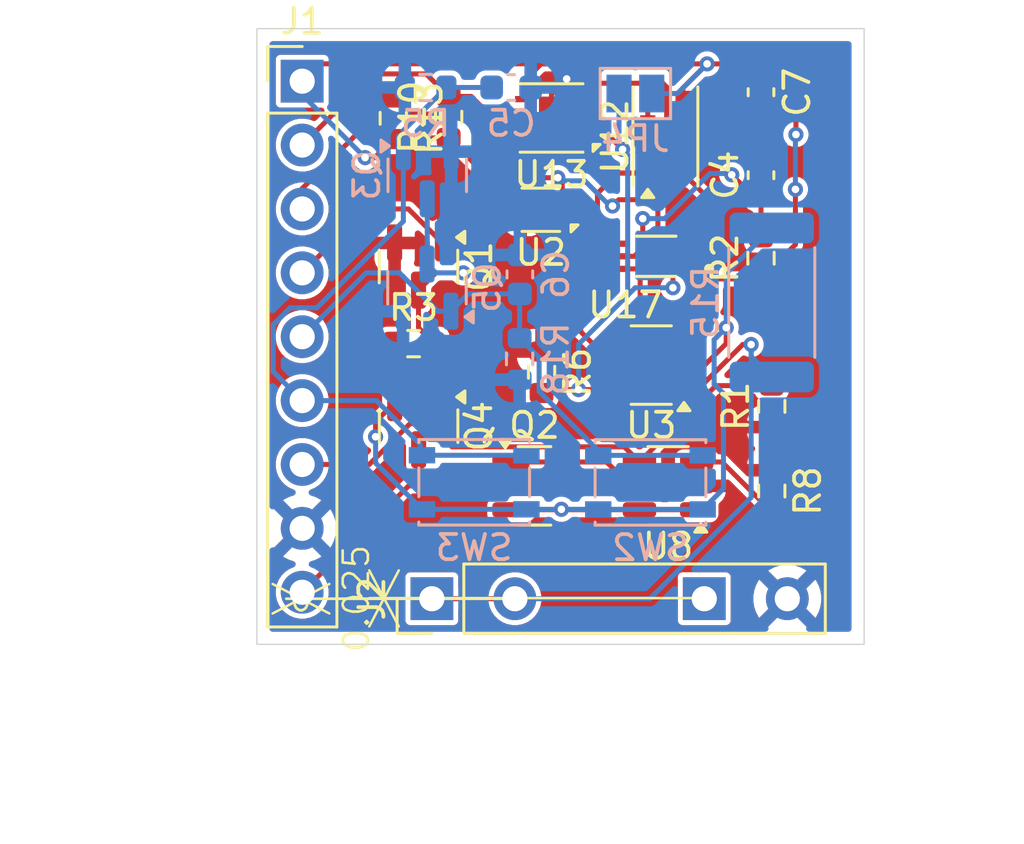
<source format=kicad_pcb>
(kicad_pcb (version 20241229) (generator "pcbnew") (generator_version "9.0")
  (layers (0 "F.Cu" signal) (2 "B.Cu" signal) (13 "F.Paste" user) (15 "B.Paste" user) (5 "F.SilkS" user "F.Silkscreen") (7 "B.SilkS" user "B.Silkscreen") (1 "F.Mask" user) (3 "B.Mask" user) (25 "Edge.Cuts" user))
  (net 0 "")
  (net 1 "Net-(U17-DVI)")
  (net 2 "GND")
  (net 3 "VCC")
  (net 4 "+3.3V")
  (net 5 "Vi+")
  (net 6 "ADDR")
  (net 7 "SCL_0")
  (net 8 "SDA_0")
  (net 9 "Net-(U12-LDR)")
  (net 13 "DRIVE")
  (net 14 "Net-(Q2-G)")
  (net 15 "DONE")
  (net 16 "LSW1")
  (net 17 "LSW0")
  (net 18 "LR0")
  (net 19 "Net-(Q1-D)")
  (net 21 "V-")
  (footprint "Package_TO_SOT_SMD:SOT-23-8" (layer "F.Cu") (at 94.769999 83.977501 180)
    (property "Reference" "U3" (at 0 -2.4 0) (layer "F.SilkS"))
    (property "Value" "INA219AxDCN")
    (fp_line (start 0 1.560001) (end 0.8 1.56) (stroke (width 0.12)) (layer "F.SilkS"))
    (fp_line (start 0 1.560001) (end -0.8 1.56) (stroke (width 0.12)) (layer "F.SilkS"))
    (fp_line (start 0 -1.560001) (end 0.8 -1.56) (stroke (width 0.12)) (layer "F.SilkS"))
    (fp_line (start 0 -1.560001) (end -0.8 -1.56) (stroke (width 0.12)) (layer "F.SilkS"))
    (fp_poly (pts (xy -1.3 -1.485) (xy -1.54 -1.815) (xy -1.06 -1.815)) (stroke (width 0.12)) (fill yes) (layer "F.SilkS"))
    (pad "1" smd roundrect (at -1.1375 -0.975 180) (size 1.325 0.5) (layers "F.Cu" "F.Mask" "F.Paste") (net 5 "Vi+"))
    (pad "2" smd roundrect (at -1.1375 -0.325 180) (size 1.325 0.5) (layers "F.Cu" "F.Mask" "F.Paste") (net 21 "V-"))
    (pad "3" smd roundrect (at -1.1375 0.325 180) (size 1.325 0.5) (layers "F.Cu" "F.Mask" "F.Paste") (net 2 "GND"))
    (pad "4" smd roundrect (at -1.1375 0.975 180) (size 1.325 0.5) (layers "F.Cu" "F.Mask" "F.Paste") (net 4 "+3.3V"))
    (pad "5" smd roundrect (at 1.1375 0.975 180) (size 1.325 0.5) (layers "F.Cu" "F.Mask" "F.Paste") (net 7 "SCL_0"))
    (pad "6" smd roundrect (at 1.1375 0.325 180) (size 1.325 0.5) (layers "F.Cu" "F.Mask" "F.Paste") (net 8 "SDA_0"))
    (pad "7" smd roundrect (at 1.1375 -0.325 180) (size 1.325 0.5) (layers "F.Cu" "F.Mask" "F.Paste") (net 6 "ADDR"))
    (pad "8" smd roundrect (at 1.1375 -0.975 180) (size 1.325 0.5) (layers "F.Cu" "F.Mask" "F.Paste") (net 6 "ADDR"))
  )
  (footprint "Resistor_SMD:R_0603_1608Metric" (layer "F.Cu") (at 99.56 88.985 -90)
    (property "Reference" "R8" (at 0 -1.43 90) (layer "F.SilkS"))
    (property "Value" "R")
    (fp_line (start -0.237258 0.5225) (end 0.237258 0.5225) (stroke (width 0.12)) (layer "F.SilkS"))
    (fp_line (start -0.237258 -0.5225) (end 0.237258 -0.5225) (stroke (width 0.12)) (layer "F.SilkS"))
    (pad "1" smd roundrect (at -0.825 0 270) (size 0.8 0.95) (layers "F.Cu" "F.Mask" "F.Paste") (net 2 "GND"))
    (pad "2" smd roundrect (at 0.825 0 270) (size 0.8 0.95) (layers "F.Cu" "F.Mask" "F.Paste") (net 18 "LR0"))
  )
  (footprint "Resistor_SMD:R_0603_1608Metric" (layer "F.Cu") (at 99.56 85.62 90)
    (property "Reference" "R1" (at 0 -1.43 90) (layer "F.SilkS"))
    (property "Value" "R")
    (fp_line (start -0.237258 -0.5225) (end 0.237258 -0.5225) (stroke (width 0.12)) (layer "F.SilkS"))
    (fp_line (start -0.237258 0.5225) (end 0.237258 0.5225) (stroke (width 0.12)) (layer "F.SilkS"))
    (pad "1" smd roundrect (at -0.825 0 90) (size 0.8 0.95) (layers "F.Cu" "F.Mask" "F.Paste") (net 2 "GND"))
    (pad "2" smd roundrect (at 0.825 0 90) (size 0.8 0.95) (layers "F.Cu" "F.Mask" "F.Paste") (net 15 "DONE"))
  )
  (footprint "Resistor_SMD:R_0603_1608Metric" (layer "F.Cu") (at 99.132498 79.7275 90)
    (property "Reference" "R2" (at 0 -1.43 90) (layer "F.SilkS"))
    (property "Value" "5K")
    (fp_line (start -0.237258 -0.5225) (end 0.237258 -0.5225) (stroke (width 0.12)) (layer "F.SilkS"))
    (fp_line (start -0.237258 0.5225) (end 0.237258 0.5225) (stroke (width 0.12)) (layer "F.SilkS"))
    (pad "1" smd roundrect (at -0.825 0 90) (size 0.8 0.95) (layers "F.Cu" "F.Mask" "F.Paste") (net 4 "+3.3V"))
    (pad "2" smd roundrect (at 0.825 0 90) (size 0.8 0.95) (layers "F.Cu" "F.Mask" "F.Paste") (net 1 "Net-(U17-DVI)"))
  )
  (footprint "Package_TO_SOT_SMD:SOT-23" (layer "F.Cu") (at 85.522501 80.06 -90)
    (property "Reference" "Q1" (at 0 -2.4 90) (layer "F.SilkS"))
    (property "Value" "AO3400A")
    (fp_line (start 0 1.560001) (end -0.65 1.56) (stroke (width 0.12)) (layer "F.SilkS"))
    (fp_line (start 0 1.560001) (end 0.65 1.56) (stroke (width 0.12)) (layer "F.SilkS"))
    (fp_line (start 0 -1.560001) (end -0.65 -1.56) (stroke (width 0.12)) (layer "F.SilkS"))
    (fp_line (start 0 -1.560001) (end 0.65 -1.56) (stroke (width 0.12)) (layer "F.SilkS"))
    (fp_poly (pts (xy -1.1625 -1.51) (xy -1.4025 -1.84) (xy -0.9225 -1.839999)) (stroke (width 0.12)) (fill yes) (layer "F.SilkS"))
    (pad "1" smd roundrect (at -0.9375 -0.95 270) (size 1.475 0.6) (layers "F.Cu" "F.Mask" "F.Paste") (net 13 "DRIVE"))
    (pad "2" smd roundrect (at -0.9375 0.95 270) (size 1.475 0.6) (layers "F.Cu" "F.Mask" "F.Paste") (net 2 "GND"))
    (pad "3" smd roundrect (at 0.937501 0 270) (size 1.475 0.6) (layers "F.Cu" "F.Mask" "F.Paste") (net 19 "Net-(Q1-D)"))
  )
  (footprint "Sensor_Humidity:Sensirion_DFN-4_1.5x1.5mm_P0.8mm_SHT4x_NoCentralPad" (layer "F.Cu") (at 90.3825 77.8025 180)
    (property "Reference" "U2" (at 0 -1.700001 0) (layer "F.SilkS"))
    (property "Value" "SHT4x")
    (fp_line (start -0.75 0.86) (end 0.75 0.86) (stroke (width 0.12)) (layer "F.SilkS"))
    (fp_line (start -0.75 -0.86) (end 0.75 -0.86) (stroke (width 0.12)) (layer "F.SilkS"))
    (fp_poly (pts (xy -1.2 -0.6) (xy -1.48 -0.6) (xy -1.2 -0.88) (xy -1.2 -0.6)) (stroke (width 0.12)) (fill yes) (layer "F.SilkS"))
    (pad "1" smd rect (at -0.7 -0.4 180) (size 0.5 0.3) (layers "F.Cu" "F.Mask" "F.Paste") (net 8 "SDA_0"))
    (pad "2" smd rect (at -0.7 0.4 180) (size 0.5 0.3) (layers "F.Cu" "F.Mask" "F.Paste") (net 7 "SCL_0"))
    (pad "3" smd rect (at 0.7 0.4 180) (size 0.5 0.3) (layers "F.Cu" "F.Mask" "F.Paste") (net 4 "+3.3V"))
    (pad "4" smd rect (at 0.7 -0.4 180) (size 0.5 0.3) (layers "F.Cu" "F.Mask" "F.Paste") (net 2 "GND"))
    (zone (net 0) (net_name "") (layer "F.Cu") (connect_pads (clearance 0)) (min_thickness 0.254)
      (keepout (tracks not_allowed) (vias not_allowed) (pads allowed) (copperpour not_allowed) (footprints allowed))
      (fill (thermal_gap 0.508) (thermal_bridge_width 0.508))
      (polygon (pts (xy 89.6325 78.3525) (xy 89.9325 78.3525) (xy 89.9325 78.0525) (xy 89.6325 78.0525) (xy 89.6325 77.5525) (xy 89.9325 77.5525) (xy 89.9325 77.2525) (xy 89.6325 77.2525) (xy 89.6325 77.0525) (xy 91.1325 77.0525) (xy 91.1325 77.2525) (xy 90.8325 77.2525) (xy 90.8325 77.5525) (xy 91.1325 77.5525) (xy 91.1325 78.0525) (xy 90.8325 78.0525) (xy 90.8325 78.3525) (xy 91.1325 78.3525) (xy 91.1325 78.5525) (xy 89.6325 78.5525)))
    )
  )
  (footprint "IOT-Mess-Footprints:TP_Charger" (layer "F.Cu") (at 86.0525 93.2675 90)
    (property "Reference" "J2" (at 0 -2.38 90) (layer "F.SilkS"))
    (property "Value" "TP_4056")
    (fp_line (start -1.38 -1.38) (end 0 -1.379999) (stroke (width 0.12)) (layer "F.SilkS"))
    (fp_line (start -1.379999 0) (end -1.38 -1.38) (stroke (width 0.12)) (layer "F.SilkS"))
    (fp_line (start 1.38 1.27) (end 1.38 15.635) (stroke (width 0.12)) (layer "F.SilkS"))
    (fp_line (start -1.38 1.27) (end 1.38 1.27) (stroke (width 0.12)) (layer "F.SilkS"))
    (fp_line (start -1.38 1.27) (end -1.38 15.635) (stroke (width 0.12)) (layer "F.SilkS"))
    (fp_line (start -1.38 15.635) (end 1.38 15.635) (stroke (width 0.12)) (layer "F.SilkS"))
    (dimension (type orthogonal) (layer "F.SilkS") (pts (xy 86.0525 93.2675) (xy 89.352499 93.2675)) (height -5.2) (orientation 1) (format (prefix "") (suffix "") (units 3) (units_format 0) (precision 4) (suppress_zeroes yes)) (style (thickness 0.1) (arrow_length 1.27) (text_position_mode 0) (arrow_direction outward) (extension_height 0.58642) (extension_offset 0.5) (keep_text_aligned yes)) (gr_text "0" (at 80.8525 93.2675 0) (layer "F.SilkS") (effects (font (size 1 1) (thickness 0.1)))))
    (dimension (type orthogonal) (layer "F.SilkS") (pts (xy 89.352499 93.2675) (xy 96.8775 93.2425)) (height -5.2) (orientation 1) (format (prefix "") (suffix "") (units 3) (units_format 0) (precision 4) (suppress_zeroes yes)) (style (thickness 0.1) (arrow_length 1.27) (text_position_mode 0) (arrow_direction outward) (extension_height 0.58642) (extension_offset 0.5) (keep_text_aligned yes)) (gr_text "0.025" (at 83.052499 93.255 90) (layer "F.SilkS") (effects (font (size 1 1) (thickness 0.1)))))
    (pad "1" thru_hole rect (at 0 0 90) (size 1.7 1.7) (drill 1) (layers "*.Cu" "*.Mask") (net 5 "Vi+"))
    (pad "2" thru_hole circle (at 0 3.299999 90) (size 1.7 1.7) (drill 1) (layers "*.Cu" "*.Mask") (net 5 "Vi+"))
    (pad "3" thru_hole rect (at 0 10.825 90) (size 1.7 1.7) (drill 1) (layers "*.Cu" "*.Mask"))
    (pad "4" thru_hole circle (at 0 14.125 90) (size 1.7 1.7) (drill 1) (layers "*.Cu" "*.Mask") (net 2 "GND"))
  )
  (footprint "Sensor:Avago_APDS-9960" (layer "F.Cu") (at 95.332499 74.887501 90)
    (property "Reference" "U12" (at 0 -2.000001 90) (layer "F.SilkS"))
    (property "Value" "APDS-9960")
    (fp_line (start -1.97 -1.29) (end 1.97 -1.29) (stroke (width 0.12)) (layer "F.SilkS"))
    (fp_line (start -1.97 1.29) (end 1.97 1.29) (stroke (width 0.12)) (layer "F.SilkS"))
    (fp_poly (pts (xy -2.1 -0.7) (xy -2.43 -0.460001) (xy -2.43 -0.94) (xy -2.1 -0.7)) (stroke (width 0.12)) (fill yes) (layer "F.SilkS"))
    (pad "1" smd rect (at -1.455 -0.7 90) (size 0.72 0.6) (layers "F.Cu" "F.Mask" "F.Paste") (net 8 "SDA_0"))
    (pad "2" smd rect (at -0.485 -0.7 90) (size 0.72 0.6) (layers "F.Cu" "F.Mask" "F.Paste"))
    (pad "3" smd rect (at 0.485 -0.7 90) (size 0.72 0.6) (layers "F.Cu" "F.Mask" "F.Paste") (net 9 "Net-(U12-LDR)"))
    (pad "4" smd rect (at 1.455 -0.7 90) (size 0.72 0.6) (layers "F.Cu" "F.Mask" "F.Paste") (net 9 "Net-(U12-LDR)"))
    (pad "5" smd rect (at 1.455 0.7 90) (size 0.72 0.6) (layers "F.Cu" "F.Mask" "F.Paste") (net 4 "+3.3V"))
    (pad "6" smd rect (at 0.485 0.7 90) (size 0.72 0.6) (layers "F.Cu" "F.Mask" "F.Paste") (net 2 "GND"))
    (pad "7" smd rect (at -0.485 0.7 90) (size 0.72 0.6) (layers "F.Cu" "F.Mask" "F.Paste") (net 7 "SCL_0"))
    (pad "8" smd rect (at -1.455 0.7 90) (size 0.72 0.6) (layers "F.Cu" "F.Mask" "F.Paste") (net 4 "+3.3V"))
  )
  (footprint "Sensor_Humidity:Sensirion_DFN-8-1EP_2.5x2.5mm_P0.5mm_EP1.1x1.7mm" (layer "F.Cu") (at 90.8075 74.152501 180)
    (property "Reference" "U13" (at 0 -2.25 0) (layer "F.SilkS"))
    (property "Value" "SHT31-DIS")
    (fp_line (start -1.25 1.36) (end 1.25 1.36) (stroke (width 0.12)) (layer "F.SilkS"))
    (fp_line (start -1.25 -1.36) (end 1.25 -1.36) (stroke (width 0.12)) (layer "F.SilkS"))
    (fp_poly (pts (xy -1.65 -1.05) (xy -1.93 -1.05) (xy -1.65 -1.33) (xy -1.65 -1.05)) (stroke (width 0.12)) (fill yes) (layer "F.SilkS"))
    (pad "1" smd rect (at -1.175 -0.750001 180) (size 0.55 0.25) (layers "F.Cu" "F.Mask" "F.Paste") (net 8 "SDA_0"))
    (pad "2" smd rect (at -1.175 -0.25 180) (size 0.55 0.25) (layers "F.Cu" "F.Mask" "F.Paste") (net 6 "ADDR"))
    (pad "3" smd rect (at -1.175 0.25 180) (size 0.55 0.25) (layers "F.Cu" "F.Mask" "F.Paste"))
    (pad "4" smd rect (at -1.175 0.750001) (size 0.55 0.25) (layers "F.Cu" "F.Mask" "F.Paste") (net 7 "SCL_0"))
    (pad "5" smd rect (at 1.175 0.750001 180) (size 0.55 0.25) (layers "F.Cu" "F.Mask" "F.Paste") (net 4 "+3.3V"))
    (pad "6" smd rect (at 1.175 0.25 180) (size 0.55 0.25) (layers "F.Cu" "F.Mask" "F.Paste"))
    (pad "7" smd rect (at 1.175 -0.25 180) (size 0.55 0.25) (layers "F.Cu" "F.Mask" "F.Paste") (net 2 "GND"))
    (pad "8" smd rect (at 1.175 -0.750001 180) (size 0.55 0.25) (layers "F.Cu" "F.Mask" "F.Paste") (net 2 "GND"))
    (pad "9" smd custom (at 0 0 180) (size 1 1) (layers "F.Cu" "F.Mask") (net 2 "GND") (options (clearance outline) (anchor circle)) (primitives (gr_poly (pts (xy 0.5 0.85) (xy -0.5 0.85) (xy -0.5 -0.55) (xy -0.2 -0.85) (xy 0.5 -0.85)) (width 0) (fill yes))))
  )
  (footprint "Resistor_SMD:R_0603_1608Metric" (layer "F.Cu") (at 84.52 74.165 -90)
    (property "Reference" "R13" (at 0 -1.43 90) (layer "F.SilkS"))
    (property "Value" "10K")
    (fp_line (start -0.237258 0.5225) (end 0.237258 0.5225) (stroke (width 0.12)) (layer "F.SilkS"))
    (fp_line (start -0.237258 -0.5225) (end 0.237258 -0.5225) (stroke (width 0.12)) (layer "F.SilkS"))
    (pad "1" smd roundrect (at -0.825 0 270) (size 0.8 0.95) (layers "F.Cu" "F.Mask" "F.Paste") (net 7 "SCL_0"))
    (pad "2" smd roundrect (at 0.825 0 270) (size 0.8 0.95) (layers "F.Cu" "F.Mask" "F.Paste") (net 4 "+3.3V"))
  )
  (footprint "Connector_PinHeader_2.54mm:PinHeader_1x09_P2.54mm_Vertical" (layer "F.Cu") (at 80.9 72.69)
    (property "Reference" "J1" (at 0 -2.38 0) (layer "F.SilkS"))
    (property "Value" "Conn_01x09_Pin")
    (fp_line (start -1.38 -1.38) (end 0 -1.38) (stroke (width 0.12)) (layer "F.SilkS"))
    (fp_line (start -1.38 0) (end -1.38 -1.38) (stroke (width 0.12)) (layer "F.SilkS"))
    (fp_line (start -1.38 1.27) (end -1.38 21.7) (stroke (width 0.12)) (layer "F.SilkS"))
    (fp_line (start -1.38 1.27) (end 1.38 1.27) (stroke (width 0.12)) (layer "F.SilkS"))
    (fp_line (start -1.38 21.7) (end 1.38 21.7) (stroke (width 0.12)) (layer "F.SilkS"))
    (fp_line (start 1.38 1.27) (end 1.38 21.7) (stroke (width 0.12)) (layer "F.SilkS"))
    (pad "1" thru_hole rect (at 0 0) (size 1.7 1.7) (drill 1) (layers "*.Cu" "*.Mask") (net 4 "+3.3V"))
    (pad "2" thru_hole circle (at 0 2.54) (size 1.7 1.7) (drill 1) (layers "*.Cu" "*.Mask") (net 8 "SDA_0"))
    (pad "3" thru_hole circle (at 0 5.08) (size 1.7 1.7) (drill 1) (layers "*.Cu" "*.Mask") (net 7 "SCL_0"))
    (pad "4" thru_hole circle (at 0 7.62) (size 1.7 1.7) (drill 1) (layers "*.Cu" "*.Mask") (net 13 "DRIVE"))
    (pad "5" thru_hole circle (at 0 10.16) (size 1.7 1.7) (drill 1) (layers "*.Cu" "*.Mask") (net 17 "LSW0"))
    (pad "6" thru_hole circle (at 0 12.7) (size 1.7 1.7) (drill 1) (layers "*.Cu" "*.Mask") (net 16 "LSW1"))
    (pad "7" thru_hole circle (at 0 15.24) (size 1.7 1.7) (drill 1) (layers "*.Cu" "*.Mask") (net 15 "DONE"))
    (pad "8" thru_hole circle (at 0 17.78) (size 1.7 1.7) (drill 1) (layers "*.Cu" "*.Mask") (net 2 "GND"))
    (pad "9" thru_hole circle (at 0 20.32) (size 1.7 1.7) (drill 1) (layers "*.Cu" "*.Mask") (net 3 "VCC"))
  )
  (footprint "Package_TO_SOT_SMD:SOT-23" (layer "F.Cu") (at 90.13 88.779996)
    (property "Reference" "Q2" (at 0 -2.4 0) (layer "F.SilkS"))
    (property "Value" "AO3401A")
    (fp_line (start 0 -1.560001) (end -0.65 -1.56) (stroke (width 0.12)) (layer "F.SilkS"))
    (fp_line (start 0 -1.560001) (end 0.65 -1.56) (stroke (width 0.12)) (layer "F.SilkS"))
    (fp_line (start 0 1.560001) (end -0.65 1.56) (stroke (width 0.12)) (layer "F.SilkS"))
    (fp_line (start 0 1.560001) (end 0.65 1.56) (stroke (width 0.12)) (layer "F.SilkS"))
    (fp_poly (pts (xy -1.1625 -1.51) (xy -1.4025 -1.84) (xy -0.9225 -1.839999)) (stroke (width 0.12)) (fill yes) (layer "F.SilkS"))
    (pad "1" smd roundrect (at -0.9375 -0.95) (size 1.475 0.6) (layers "F.Cu" "F.Mask" "F.Paste") (net 14 "Net-(Q2-G)"))
    (pad "2" smd roundrect (at -0.9375 0.95) (size 1.475 0.6) (layers "F.Cu" "F.Mask" "F.Paste") (net 21 "V-"))
    (pad "3" smd roundrect (at 0.937501 0) (size 1.475 0.6) (layers "F.Cu" "F.Mask" "F.Paste") (net 3 "VCC"))
  )
  (footprint "Resistor_SMD:R_0603_1608Metric" (layer "F.Cu") (at 85.326939 83.124832)
    (property "Reference" "R3" (at 0 -1.43 0) (layer "F.SilkS"))
    (property "Value" "R")
    (fp_line (start -0.237258 -0.5225) (end 0.237258 -0.5225) (stroke (width 0.12)) (layer "F.SilkS"))
    (fp_line (start -0.237258 0.5225) (end 0.237258 0.5225) (stroke (width 0.12)) (layer "F.SilkS"))
    (pad "1" smd roundrect (at -0.825 0) (size 0.8 0.95) (layers "F.Cu" "F.Mask" "F.Paste") (net 21 "V-"))
    (pad "2" smd roundrect (at 0.825 0) (size 0.8 0.95) (layers "F.Cu" "F.Mask" "F.Paste") (net 19 "Net-(Q1-D)"))
  )
  (footprint "Capacitor_SMD:C_0603_1608Metric" (layer "F.Cu") (at 99.132498 73.127501 -90)
    (property "Reference" "C7" (at 0 -1.43 90) (layer "F.SilkS"))
    (property "Value" "1u")
    (fp_line (start -0.140581 0.51) (end 0.140581 0.51) (stroke (width 0.12)) (layer "F.SilkS"))
    (fp_line (start -0.140581 -0.51) (end 0.140581 -0.51) (stroke (width 0.12)) (layer "F.SilkS"))
    (pad "1" smd roundrect (at -0.775 0 270) (size 0.9 0.95) (layers "F.Cu" "F.Mask" "F.Paste") (net 4 "+3.3V"))
    (pad "2" smd roundrect (at 0.775 0 270) (size 0.9 0.95) (layers "F.Cu" "F.Mask" "F.Paste") (net 2 "GND"))
  )
  (footprint "Package_TO_SOT_SMD:SOT-23" (layer "F.Cu") (at 85.526938 86.407332 -90)
    (property "Reference" "Q4" (at 0 -2.4 90) (layer "F.SilkS"))
    (property "Value" "AO3401A")
    (fp_line (start 0 1.560001) (end -0.65 1.56) (stroke (width 0.12)) (layer "F.SilkS"))
    (fp_line (start 0 1.560001) (end 0.65 1.56) (stroke (width 0.12)) (layer "F.SilkS"))
    (fp_line (start 0 -1.560001) (end -0.65 -1.56) (stroke (width 0.12)) (layer "F.SilkS"))
    (fp_line (start 0 -1.560001) (end 0.65 -1.56) (stroke (width 0.12)) (layer "F.SilkS"))
    (fp_poly (pts (xy -1.1625 -1.51) (xy -1.4025 -1.84) (xy -0.9225 -1.839999)) (stroke (width 0.12)) (fill yes) (layer "F.SilkS"))
    (pad "1" smd roundrect (at -0.9375 -0.95 270) (size 1.475 0.6) (layers "F.Cu" "F.Mask" "F.Paste") (net 19 "Net-(Q1-D)"))
    (pad "2" smd roundrect (at -0.9375 0.95 270) (size 1.475 0.6) (layers "F.Cu" "F.Mask" "F.Paste") (net 21 "V-"))
    (pad "3" smd roundrect (at 0.937501 0 270) (size 1.475 0.6) (layers "F.Cu" "F.Mask" "F.Paste") (net 3 "VCC"))
  )
  (footprint "Capacitor_SMD:C_0603_1608Metric" (layer "F.Cu") (at 99.1325 76.427501 90)
    (property "Reference" "C4" (at 0 -1.43 90) (layer "F.SilkS"))
    (property "Value" "0.1u")
    (fp_line (start -0.140581 -0.51) (end 0.140581 -0.51) (stroke (width 0.12)) (layer "F.SilkS"))
    (fp_line (start -0.140581 0.51) (end 0.140581 0.51) (stroke (width 0.12)) (layer "F.SilkS"))
    (pad "1" smd roundrect (at -0.775 0 90) (size 0.9 0.95) (layers "F.Cu" "F.Mask" "F.Paste") (net 1 "Net-(U17-DVI)"))
    (pad "2" smd roundrect (at 0.775 0 90) (size 0.9 0.95) (layers "F.Cu" "F.Mask" "F.Paste") (net 2 "GND"))
  )
  (footprint "Resistor_SMD:R_0603_1608Metric" (layer "F.Cu") (at 86.72 74.120786 90)
    (property "Reference" "R10" (at 0 -1.43 90) (layer "F.SilkS"))
    (property "Value" "10K")
    (fp_line (start -0.237258 -0.5225) (end 0.237258 -0.5225) (stroke (width 0.12)) (layer "F.SilkS"))
    (fp_line (start -0.237258 0.5225) (end 0.237258 0.5225) (stroke (width 0.12)) (layer "F.SilkS"))
    (pad "1" smd roundrect (at -0.825 0 90) (size 0.8 0.95) (layers "F.Cu" "F.Mask" "F.Paste") (net 4 "+3.3V"))
    (pad "2" smd roundrect (at 0.825 0 90) (size 0.8 0.95) (layers "F.Cu" "F.Mask" "F.Paste") (net 8 "SDA_0"))
  )
  (footprint "Resistor_SMD:R_0603_1608Metric" (layer "F.Cu") (at 90.412499 84.262501 -90)
    (property "Reference" "R6" (at 0 -1.43 90) (layer "F.SilkS"))
    (property "Value" "10K")
    (fp_line (start -0.237258 0.5225) (end 0.237258 0.5225) (stroke (width 0.12)) (layer "F.SilkS"))
    (fp_line (start -0.237258 -0.5225) (end 0.237258 -0.5225) (stroke (width 0.12)) (layer "F.SilkS"))
    (pad "1" smd roundrect (at -0.825 0 270) (size 0.8 0.95) (layers "F.Cu" "F.Mask" "F.Paste") (net 2 "GND"))
    (pad "2" smd roundrect (at 0.825 0 270) (size 0.8 0.95) (layers "F.Cu" "F.Mask" "F.Paste") (net 6 "ADDR"))
  )
  (footprint "Package_TO_SOT_SMD:SOT-23-6" (layer "F.Cu") (at 95.44 88.779996 180)
    (property "Reference" "U8" (at 0 -2.4 0) (layer "F.SilkS"))
    (property "Value" "TPL5110")
    (fp_line (start 0 1.560001) (end 0.8 1.56) (stroke (width 0.12)) (layer "F.SilkS"))
    (fp_line (start 0 1.560001) (end -0.8 1.56) (stroke (width 0.12)) (layer "F.SilkS"))
    (fp_line (start 0 -1.560001) (end 0.8 -1.56) (stroke (width 0.12)) (layer "F.SilkS"))
    (fp_line (start 0 -1.560001) (end -0.8 -1.56) (stroke (width 0.12)) (layer "F.SilkS"))
    (fp_poly (pts (xy -1.3 -1.51) (xy -1.54 -1.84) (xy -1.06 -1.84)) (stroke (width 0.12)) (fill yes) (layer "F.SilkS"))
    (pad "1" smd roundrect (at -1.1375 -0.949999 180) (size 1.325 0.6) (layers "F.Cu" "F.Mask" "F.Paste") (net 21 "V-"))
    (pad "2" smd roundrect (at -1.1375 0 180) (size 1.325 0.6) (layers "F.Cu" "F.Mask" "F.Paste") (net 2 "GND"))
    (pad "3" smd roundrect (at -1.1375 0.949999 180) (size 1.325 0.6) (layers "F.Cu" "F.Mask" "F.Paste") (net 18 "LR0"))
    (pad "4" smd roundrect (at 1.1375 0.949999 180) (size 1.325 0.6) (layers "F.Cu" "F.Mask" "F.Paste") (net 15 "DONE"))
    (pad "5" smd roundrect (at 1.1375 0 180) (size 1.325 0.6) (layers "F.Cu" "F.Mask" "F.Paste") (net 14 "Net-(Q2-G)"))
    (pad "6" smd roundrect (at 1.1375 -0.949999 180) (size 1.325 0.6) (layers "F.Cu" "F.Mask" "F.Paste") (net 21 "V-"))
  )
  (footprint "BH1750FVI-TR:XDCR_BH1750FVI-TR" (layer "F.Cu") (at 94.969999 79.652501 180)
    (property "Reference" "U17" (at 1.226565 -1.937485 0) (layer "F.SilkS") (effects (font (size 1.001283 1.001283))))
    (property "Value" "BH1750FVI-TR")
    (fp_line (start 0.78 -0.8) (end -0.78 -0.8) (stroke (width 0.127)) (layer "F.SilkS"))
    (fp_line (start -0.78 0.8) (end 0.78 0.8) (stroke (width 0.127)) (layer "F.SilkS"))
    (fp_circle (center -2.1 -0.5) (end -2 -0.5) (stroke (width 0.2)) (fill no) (layer "F.SilkS"))
    (pad "1" smd rect (at -1.375 -0.5 180) (size 0.55 0.25) (layers "F.Cu" "F.Mask" "F.Paste") (net 4 "+3.3V"))
    (pad "2" smd rect (at -1.375 0 180) (size 0.55 0.25) (layers "F.Cu" "F.Mask" "F.Paste") (net 6 "ADDR"))
    (pad "3" smd rect (at -1.375 0.5 180) (size 0.55 0.25) (layers "F.Cu" "F.Mask" "F.Paste") (net 2 "GND"))
    (pad "4" smd rect (at 1.375 0.5 180) (size 0.55 0.25) (layers "F.Cu" "F.Mask" "F.Paste") (net 8 "SDA_0"))
    (pad "5" smd rect (at 1.375 0 180) (size 0.55 0.25) (layers "F.Cu" "F.Mask" "F.Paste") (net 1 "Net-(U17-DVI)"))
    (pad "6" smd rect (at 1.375 -0.5 180) (size 0.55 0.25) (layers "F.Cu" "F.Mask" "F.Paste") (net 7 "SCL_0"))
  )
  (footprint "Jumper:SolderJumper-2_P1.3mm_Open_Pad1.0x1.5mm" (layer "B.Cu") (at 94.140001 73.18)
    (property "Reference" "JP4" (at 0 1.8 0) (layer "B.SilkS") (effects (justify mirror)))
    (property "Value" "Jp_2")
    (fp_line (start -1.4 -1) (end -1.4 1) (stroke (width 0.12)) (layer "B.SilkS"))
    (fp_line (start -1.4 1) (end 1.4 1) (stroke (width 0.12)) (layer "B.SilkS"))
    (fp_line (start 1.4 -1) (end -1.4 -1) (stroke (width 0.12)) (layer "B.SilkS"))
    (fp_line (start 1.4 1) (end 1.4 -1) (stroke (width 0.12)) (layer "B.SilkS"))
    (pad "1" smd rect (at -0.649999 0) (size 1 1.5) (layers "B.Cu" "B.Mask") (net 6 "ADDR"))
    (pad "2" smd rect (at 0.649999 0) (size 1 1.5) (layers "B.Cu" "B.Mask") (net 4 "+3.3V"))
  )
  (footprint "Capacitor_SMD:C_0603_1608Metric" (layer "B.Cu") (at 89.204999 72.939999)
    (property "Reference" "C5" (at 0 1.43 0) (layer "B.SilkS") (effects (justify mirror)))
    (property "Value" "C")
    (fp_line (start -0.140581 -0.51) (end 0.140581 -0.51) (stroke (width 0.12)) (layer "B.SilkS"))
    (fp_line (start -0.140581 0.51) (end 0.140581 0.51) (stroke (width 0.12)) (layer "B.SilkS"))
    (pad "1" smd roundrect (at -0.775 0) (size 0.9 0.95) (layers "B.Cu" "B.Mask" "B.Paste") (net 16 "LSW1"))
    (pad "2" smd roundrect (at 0.775 0) (size 0.9 0.95) (layers "B.Cu" "B.Mask" "B.Paste") (net 2 "GND"))
  )
  (footprint "Resistor_SMD:R_0603_1608Metric" (layer "B.Cu") (at 85.805001 72.939999)
    (property "Reference" "R5" (at 0 1.43 0) (layer "B.SilkS") (effects (justify mirror)))
    (property "Value" "R")
    (fp_line (start -0.237258 -0.5225) (end 0.237258 -0.5225) (stroke (width 0.12)) (layer "B.SilkS"))
    (fp_line (start -0.237258 0.5225) (end 0.237258 0.5225) (stroke (width 0.12)) (layer "B.SilkS"))
    (pad "1" smd roundrect (at -0.825 0) (size 0.8 0.95) (layers "B.Cu" "B.Mask" "B.Paste") (net 2 "GND"))
    (pad "2" smd roundrect (at 0.825 0) (size 0.8 0.95) (layers "B.Cu" "B.Mask" "B.Paste") (net 16 "LSW1"))
  )
  (footprint "Package_TO_SOT_SMD:SOT-23" (layer "B.Cu") (at 85.86 80.897501 90)
    (property "Reference" "Q5" (at 0 2.4 90) (layer "B.SilkS") (effects (justify mirror)))
    (property "Value" "AO3400A")
    (fp_line (start 0 -1.560001) (end 0.65 -1.56) (stroke (width 0.12)) (layer "B.SilkS"))
    (fp_line (start 0 -1.560001) (end -0.65 -1.56) (stroke (width 0.12)) (layer "B.SilkS"))
    (fp_line (start 0 1.560001) (end 0.65 1.56) (stroke (width 0.12)) (layer "B.SilkS"))
    (fp_line (start 0 1.560001) (end -0.65 1.56) (stroke (width 0.12)) (layer "B.SilkS"))
    (fp_poly (pts (xy -1.1625 1.51) (xy -1.4025 1.84) (xy -0.9225 1.839999)) (stroke (width 0.12)) (fill yes) (layer "B.SilkS"))
    (pad "1" smd roundrect (at -0.9375 0.95 90) (size 1.475 0.6) (layers "B.Cu" "B.Mask" "B.Paste") (net 17 "LSW0"))
    (pad "2" smd roundrect (at -0.9375 -0.95 90) (size 1.475 0.6) (layers "B.Cu" "B.Mask" "B.Paste") (net 2 "GND"))
    (pad "3" smd roundrect (at 0.937501 0 90) (size 1.475 0.6) (layers "B.Cu" "B.Mask" "B.Paste") (net 19 "Net-(Q1-D)"))
  )
  (footprint "Button_Switch_SMD:SW_SPST_PTS810" (layer "B.Cu") (at 87.734997 88.637498)
    (property "Reference" "SW3" (at 0 2.600001 0) (layer "B.SilkS") (effects (justify mirror)))
    (property "Value" "SW_Push")
    (fp_line (start -2.2 -1.58) (end -2.199999 -1.7) (stroke (width 0.12)) (layer "B.SilkS"))
    (fp_line (start -2.2 0.57) (end -2.2 -0.57) (stroke (width 0.12)) (layer "B.SilkS"))
    (fp_line (start -2.199999 -1.7) (end 2.199999 -1.7) (stroke (width 0.12)) (layer "B.SilkS"))
    (fp_line (start -2.199999 1.7) (end -2.2 1.58) (stroke (width 0.12)) (layer "B.SilkS"))
    (fp_line (start 2.199999 -1.7) (end 2.2 -1.58) (stroke (width 0.12)) (layer "B.SilkS"))
    (fp_line (start 2.199999 1.7) (end -2.199999 1.7) (stroke (width 0.12)) (layer "B.SilkS"))
    (fp_line (start 2.2 -0.57) (end 2.2 0.57) (stroke (width 0.12)) (layer "B.SilkS"))
    (fp_line (start 2.2 1.58) (end 2.199999 1.7) (stroke (width 0.12)) (layer "B.SilkS"))
    (pad "1" smd rect (at -2.075 1.075) (size 1.05 0.65) (layers "B.Cu" "B.Mask" "B.Paste") (net 21 "V-"))
    (pad "1" smd rect (at 2.075 1.075) (size 1.05 0.65) (layers "B.Cu" "B.Mask" "B.Paste") (net 21 "V-"))
    (pad "2" smd rect (at -2.075 -1.075) (size 1.05 0.65) (layers "B.Cu" "B.Mask" "B.Paste") (net 16 "LSW1"))
    (pad "2" smd rect (at 2.075 -1.075) (size 1.05 0.65) (layers "B.Cu" "B.Mask" "B.Paste") (net 16 "LSW1"))
  )
  (footprint "Resistor_SMD:R_0603_1608Metric" (layer "B.Cu") (at 89.54 83.7325 90)
    (property "Reference" "R18" (at 0 1.43 90) (layer "B.SilkS") (effects (justify mirror)))
    (property "Value" "R")
    (fp_line (start -0.237258 -0.5225) (end 0.237258 -0.5225) (stroke (width 0.12)) (layer "B.SilkS"))
    (fp_line (start -0.237258 0.5225) (end 0.237258 0.5225) (stroke (width 0.12)) (layer "B.SilkS"))
    (pad "1" smd roundrect (at -0.825 0 90) (size 0.8 0.95) (layers "B.Cu" "B.Mask" "B.Paste") (net 2 "GND"))
    (pad "2" smd roundrect (at 0.825 0 90) (size 0.8 0.95) (layers "B.Cu" "B.Mask" "B.Paste") (net 17 "LSW0"))
  )
  (footprint "Resistor_SMD:R_2512_6332Metric" (layer "B.Cu") (at 99.56 81.49 -90)
    (property "Reference" "R15" (at 0 2.63 90) (layer "B.SilkS") (effects (justify mirror)))
    (property "Value" "0.1R")
    (fp_line (start -2.177064 1.71) (end 2.177064 1.71) (stroke (width 0.12)) (layer "B.SilkS"))
    (fp_line (start -2.177064 -1.71) (end 2.177064 -1.71) (stroke (width 0.12)) (layer "B.SilkS"))
    (pad "1" smd roundrect (at -2.9625 0 270) (size 1.225 3.35) (layers "B.Cu" "B.Mask" "B.Paste") (roundrect_rratio 0.204082) (net 21 "V-"))
    (pad "2" smd roundrect (at 2.9625 0 270) (size 1.225 3.35) (layers "B.Cu" "B.Mask" "B.Paste") (roundrect_rratio 0.204082) (net 5 "Vi+"))
  )
  (footprint "Capacitor_SMD:C_0603_1608Metric" (layer "B.Cu") (at 89.55 80.3725 90)
    (property "Reference" "C6" (at 0 1.43 90) (layer "B.SilkS") (effects (justify mirror)))
    (property "Value" "C")
    (fp_line (start -0.140581 -0.51) (end 0.140581 -0.51) (stroke (width 0.12)) (layer "B.SilkS"))
    (fp_line (start -0.140581 0.51) (end 0.140581 0.51) (stroke (width 0.12)) (layer "B.SilkS"))
    (pad "1" smd roundrect (at -0.775 0 90) (size 0.9 0.95) (layers "B.Cu" "B.Mask" "B.Paste") (net 17 "LSW0"))
    (pad "2" smd roundrect (at 0.775 0 90) (size 0.9 0.95) (layers "B.Cu" "B.Mask" "B.Paste") (net 2 "GND"))
  )
  (footprint "Package_TO_SOT_SMD:SOT-23" (layer "B.Cu") (at 85.87 76.43 -90)
    (property "Reference" "Q3" (at 0 2.4 90) (layer "B.SilkS") (effects (justify mirror)))
    (property "Value" "AO3400A")
    (fp_line (start 0 1.560001) (end -0.65 1.56) (stroke (width 0.12)) (layer "B.SilkS"))
    (fp_line (start 0 1.560001) (end 0.65 1.56) (stroke (width 0.12)) (layer "B.SilkS"))
    (fp_line (start 0 -1.560001) (end -0.65 -1.56) (stroke (width 0.12)) (layer "B.SilkS"))
    (fp_line (start 0 -1.560001) (end 0.65 -1.56) (stroke (width 0.12)) (layer "B.SilkS"))
    (fp_poly (pts (xy -1.1625 1.51) (xy -1.4025 1.84) (xy -0.9225 1.839999)) (stroke (width 0.12)) (fill yes) (layer "B.SilkS"))
    (pad "1" smd roundrect (at -0.9375 0.95 270) (size 1.475 0.6) (layers "B.Cu" "B.Mask" "B.Paste") (net 16 "LSW1"))
    (pad "2" smd roundrect (at -0.9375 -0.95 270) (size 1.475 0.6) (layers "B.Cu" "B.Mask" "B.Paste") (net 2 "GND"))
    (pad "3" smd roundrect (at 0.937501 0 270) (size 1.475 0.6) (layers "B.Cu" "B.Mask" "B.Paste") (net 19 "Net-(Q1-D)"))
  )
  (footprint "Button_Switch_SMD:SW_SPST_PTS810" (layer "B.Cu") (at 94.74 88.642497)
    (property "Reference" "SW2" (at 0 2.600001 0) (layer "B.SilkS") (effects (justify mirror)))
    (property "Value" "SW_Push")
    (fp_line (start -2.2 -1.58) (end -2.199999 -1.7) (stroke (width 0.12)) (layer "B.SilkS"))
    (fp_line (start -2.2 0.57) (end -2.2 -0.57) (stroke (width 0.12)) (layer "B.SilkS"))
    (fp_line (start -2.199999 -1.7) (end 2.199999 -1.7) (stroke (width 0.12)) (layer "B.SilkS"))
    (fp_line (start -2.199999 1.7) (end -2.2 1.58) (stroke (width 0.12)) (layer "B.SilkS"))
    (fp_line (start 2.199999 -1.7) (end 2.2 -1.58) (stroke (width 0.12)) (layer "B.SilkS"))
    (fp_line (start 2.199999 1.7) (end -2.199999 1.7) (stroke (width 0.12)) (layer "B.SilkS"))
    (fp_line (start 2.2 -0.57) (end 2.2 0.57) (stroke (width 0.12)) (layer "B.SilkS"))
    (fp_line (start 2.2 1.58) (end 2.199999 1.7) (stroke (width 0.12)) (layer "B.SilkS"))
    (pad "1" smd rect (at -2.075 1.075) (size 1.05 0.65) (layers "B.Cu" "B.Mask" "B.Paste") (net 21 "V-"))
    (pad "1" smd rect (at 2.075 1.075) (size 1.05 0.65) (layers "B.Cu" "B.Mask" "B.Paste") (net 21 "V-"))
    (pad "2" smd rect (at -2.075 -1.075) (size 1.05 0.65) (layers "B.Cu" "B.Mask" "B.Paste") (net 17 "LSW0"))
    (pad "2" smd rect (at 2.075 -1.075) (size 1.05 0.65) (layers "B.Cu" "B.Mask" "B.Paste") (net 17 "LSW0"))
  )
  (gr_rect (start 79.1 70.6) (end 103.23 95.08) (stroke (width 0.05)) (fill no) (layer "Edge.Cuts"))
  (segment (start 94.433498 78.152501) (end 94.433499 79.316002) (width 0.2) (layer "F.Cu") (net 1))
  (segment (start 97.97 76.41) (end 98.712501 77.152501) (width 0.2) (layer "F.Cu") (net 1))
  (segment (start 99.0825 77.152501) (end 99.132498 77.202501) (width 0.2) (layer "F.Cu") (net 1))
  (segment (start 98.712501 77.152501) (end 99.0825 77.152501) (width 0.2) (layer "F.Cu") (net 1))
  (segment (start 94.433499 79.316002) (end 94.097001 79.652501) (width 0.2) (layer "F.Cu") (net 1))
  (segment (start 94.097001 79.652501) (end 93.594999 79.6525) (width 0.2) (layer "F.Cu") (net 1))
  (segment (start 99.407499 76.9775) (end 99.132497 77.252501) (width 0.2) (layer "F.Cu") (net 1))
  (segment (start 99.1325 78.902502) (end 99.132497 77.252501) (width 0.2) (layer "F.Cu") (net 1))
  (via (at 94.433498 78.152501) (size 0.6) (drill 0.3) (layers "F.Cu" "B.Cu") (net 1))
  (via (at 97.97 76.41) (size 0.6) (drill 0.3) (layers "F.Cu" "B.Cu") (net 1))
  (segment (start 97.97 76.41) (end 97.92 76.36) (width 0.2) (layer "B.Cu") (net 1))
  (segment (start 97.92 76.36) (end 97.1 76.36) (width 0.2) (layer "B.Cu") (net 1))
  (segment (start 97.1 76.36) (end 95.307499 78.152501) (width 0.2) (layer "B.Cu") (net 1))
  (segment (start 95.307499 78.152501) (end 94.433498 78.152501) (width 0.2) (layer "B.Cu") (net 1))
  (segment (start 96.032499 74.402501) (end 98.632498 74.402501) (width 0.2) (layer "F.Cu") (net 2))
  (segment (start 98.632498 74.402501) (end 99.132498 73.902501) (width 0.2) (layer "F.Cu") (net 2))
  (segment (start 90.8075 74.152501) (end 90.5575 74.402501) (width 0.2) (layer "F.Cu") (net 2))
  (segment (start 89.6325 74.402501) (end 89.6325 74.902502) (width 0.2) (layer "F.Cu") (net 2))
  (segment (start 90.8075 73.204001) (end 91.41 72.601501) (width 0.2) (layer "F.Cu") (net 2))
  (segment (start 90.8075 74.152501) (end 90.8075 73.204001) (width 0.2) (layer "F.Cu") (net 2))
  (segment (start 90.5575 74.402501) (end 89.6325 74.402501) (width 0.2) (layer "F.Cu") (net 2))
  (via (at 91.41 72.601501) (size 0.6) (drill 0.3) (layers "F.Cu" "B.Cu") (net 2))
  (segment (start 85.159996 88.779996) (end 85.145 88.765) (width 0.2) (layer "F.Cu") (net 3))
  (segment (start 85.526938 88.383062) (end 85.526938 87.344833) (width 0.2) (layer "F.Cu") (net 3))
  (segment (start 85.526938 88.383062) (end 85.145 88.765) (width 0.2) (layer "F.Cu") (net 3))
  (segment (start 85.145 88.765) (end 80.9 93.01) (width 0.2) (layer "F.Cu") (net 3))
  (segment (start 91.067501 88.779996) (end 85.159996 88.779996) (width 0.2) (layer "F.Cu") (net 3))
  (segment (start 91.030998 71.999) (end 91.033499 72.001501) (width 0.2) (layer "F.Cu") (net 4))
  (segment (start 97.320001 77.630003) (end 97.320001 80.1525) (width 0.2) (layer "F.Cu") (net 4))
  (segment (start 97.47 80.552501) (end 97.320001 80.402501) (width 0.2) (layer "F.Cu") (net 4))
  (segment (start 84.52 74.99) (end 84.92 74.99) (width 0.2) (layer "F.Cu") (net 4))
  (segment (start 98.781498 72.001501) (end 99.132498 72.352501) (width 0.2) (layer "F.Cu") (net 4))
  (segment (start 89.6325 73.4025) (end 89.6325 72.7675) (width 0.2) (layer "F.Cu") (net 4))
  (segment (start 100.5 79.184998) (end 100.5 76.99) (width 0.2) (layer "F.Cu") (net 4))
  (segment (start 96.032499 72.959002) (end 96.99 72.001501) (width 0.2) (layer "F.Cu") (net 4))
  (segment (start 80.9 72.69) (end 81.591 71.999) (width 0.2) (layer "F.Cu") (net 4))
  (segment (start 97.320001 80.402501) (end 97.320001 80.1525) (width 0.2) (layer "F.Cu") (net 4))
  (segment (start 81.591 71.999) (end 91.030998 71.999) (width 0.2) (layer "F.Cu") (net 4))
  (segment (start 84.92 74.99) (end 84.964214 74.945786) (width 0.2) (layer "F.Cu") (net 4))
  (segment (start 97.32 80.652501) (end 97.320001 80.402501) (width 0.2) (layer "F.Cu") (net 4))
  (segment (start 100.52 73.740003) (end 99.132498 72.352501) (width 0.2) (layer "F.Cu") (net 4))
  (segment (start 84.964214 74.945786) (end 86.72 74.945786) (width 0.2) (layer "F.Cu") (net 4))
  (segment (start 90.398499 72.001501) (end 91.033499 72.001501) (width 0.2) (layer "F.Cu") (net 4))
  (segment (start 96.032499 73.432501) (end 96.137499 73.432501) (width 0.2) (layer "F.Cu") (net 4))
  (segment (start 99.132498 80.5525) (end 100.5 79.184998) (width 0.2) (layer "F.Cu") (net 4))
  (segment (start 83.4 75.73) (end 83.78 75.73) (width 0.2) (layer "F.Cu") (net 4))
  (segment (start 96.032499 76.342501) (end 97.320001 77.630003) (width 0.2) (layer "F.Cu") (net 4))
  (segment (start 89.176714 77.4025) (end 86.72 74.945786) (width 0.2) (layer "F.Cu") (net 4))
  (segment (start 89.6825 77.4025) (end 89.176714 77.4025) (width 0.2) (layer "F.Cu") (net 4))
  (segment (start 99.132498 80.5525) (end 97.47 80.552501) (width 0.2) (layer "F.Cu") (net 4))
  (segment (start 96.345001 80.1525) (end 97.320001 80.1525) (width 0.2) (layer "F.Cu") (net 4))
  (segment (start 91.033499 72.001501) (end 96.99 72.001501) (width 0.2) (layer "F.Cu") (net 4))
  (segment (start 96.99 72.001501) (end 98.781498 72.001501) (width 0.2) (layer "F.Cu") (net 4))
  (segment (start 96.032499 73.432501) (end 96.032499 72.959002) (width 0.2) (layer "F.Cu") (net 4))
  (segment (start 95.907499 83.002501) (end 97.32 81.59) (width 0.2) (layer "F.Cu") (net 4))
  (segment (start 100.52 74.81) (end 100.52 73.740003) (width 0.2) (layer "F.Cu") (net 4))
  (segment (start 83.78 75.73) (end 84.52 74.99) (width 0.2) (layer "F.Cu") (net 4))
  (segment (start 97.32 81.59) (end 97.32 80.652501) (width 0.2) (layer "F.Cu") (net 4))
  (segment (start 89.6325 72.7675) (end 90.398499 72.001501) (width 0.2) (layer "F.Cu") (net 4))
  (via (at 96.99 72.001501) (size 0.6) (drill 0.3) (layers "F.Cu" "B.Cu") (net 4))
  (via (at 100.52 74.81) (size 0.6) (drill 0.3) (layers "F.Cu" "B.Cu") (net 4))
  (via (at 100.5 76.99) (size 0.6) (drill 0.3) (layers "F.Cu" "B.Cu") (net 4))
  (via (at 83.4 75.73) (size 0.6) (drill 0.3) (layers "F.Cu" "B.Cu") (net 4))
  (segment (start 80.9 72.69) (end 80.9 73.23) (width 0.2) (layer "B.Cu") (net 4))
  (segment (start 94.79 73.18) (end 95.811501 73.18) (width 0.2) (layer "B.Cu") (net 4))
  (segment (start 100.5 74.83) (end 100.52 74.81) (width 0.2) (layer "B.Cu") (net 4))
  (segment (start 80.9 73.23) (end 83.4 75.73) (width 0.2) (layer "B.Cu") (net 4))
  (segment (start 95.811501 73.18) (end 96.99 72.001501) (width 0.2) (layer "B.Cu") (net 4))
  (segment (start 100.5 76.99) (end 100.5 74.83) (width 0.2) (layer "B.Cu") (net 4))
  (segment (start 95.907499 84.952501) (end 96.612896 84.952501) (width 0.2) (layer "F.Cu") (net 5))
  (segment (start 98.405397 83.16) (end 98.74 83.16) (width 0.2) (layer "F.Cu") (net 5))
  (segment (start 86.0525 93.2675) (end 89.352499 93.2675) (width 0.2) (layer "F.Cu") (net 5))
  (segment (start 96.612896 84.952501) (end 98.405397 83.16) (width 0.2) (layer "F.Cu") (net 5))
  (via (at 98.74 83.16) (size 0.6) (drill 0.3) (layers "F.Cu" "B.Cu") (net 5))
  (segment (start 98.74 83.16) (end 98.74 83.6325) (width 0.2) (layer "B.Cu") (net 5))
  (segment (start 94.716997 93.2675) (end 89.352499 93.2675) (width 0.2) (layer "B.Cu") (net 5))
  (segment (start 98.74 89.244497) (end 94.716997 93.2675) (width 0.2) (layer "B.Cu") (net 5))
  (segment (start 98.74 83.16) (end 98.74 89.244497) (width 0.2) (layer "B.Cu") (net 5))
  (segment (start 98.74 83.6325) (end 99.56 84.4525) (width 0.2) (layer "B.Cu") (net 5))
  (segment (start 92.632498 74.402501) (end 93.632499 75.402501) (width 0.2) (layer "F.Cu") (net 6))
  (segment (start 91.9825 74.4025) (end 92.632498 74.402501) (width 0.2) (layer "F.Cu") (net 6))
  (segment (start 90.547499 84.9525) (end 90.412499 85.087501) (width 0.2) (layer "F.Cu") (net 6))
  (segment (start 93.632499 84.952501) (end 93.632499 84.3025) (width 0.2) (layer "F.Cu") (net 6))
  (segment (start 91.882499 84.9525) (end 90.547499 84.9525) (width 0.2) (layer "F.Cu") (net 6))
  (segment (start 95.632498 79.863002) (end 95.632498 80.902501) (width 0.2) (layer "F.Cu") (net 6))
  (segment (start 96.345001 79.652501) (end 95.842999 79.6525) (width 0.2) (layer "F.Cu") (net 6))
  (segment (start 93.632499 84.952501) (end 91.882499 84.9525) (width 0.2) (layer "F.Cu") (net 6))
  (segment (start 95.842999 79.6525) (end 95.632498 79.863002) (width 0.2) (layer "F.Cu") (net 6))
  (via (at 91.882499 84.9525) (size 0.6) (drill 0.3) (layers "F.Cu" "B.Cu") (net 6))
  (via (at 95.632498 80.902501) (size 0.6) (drill 0.3) (layers "F.Cu" "B.Cu") (net 6))
  (via (at 93.632499 75.402501) (size 0.6) (drill 0.3) (layers "F.Cu" "B.Cu") (net 6))
  (segment (start 94.1325 80.902501) (end 93.8335 81.201501) (width 0.2) (layer "B.Cu") (net 6))
  (segment (start 93.8335 75.603501) (end 93.8335 81.201501) (width 0.2) (layer "B.Cu") (net 6))
  (segment (start 91.8825 83.152501) (end 91.882499 84.9525) (width 0.2) (layer "B.Cu") (net 6))
  (segment (start 93.8335 81.201501) (end 91.8825 83.152501) (width 0.2) (layer "B.Cu") (net 6))
  (segment (start 95.632498 80.902501) (end 94.1325 80.902501) (width 0.2) (layer "B.Cu") (net 6))
  (segment (start 93.490002 73.18) (end 93.490002 75.260004) (width 0.2) (layer "B.Cu") (net 6))
  (segment (start 93.490002 75.260004) (end 93.632499 75.402501) (width 0.2) (layer "B.Cu") (net 6))
  (segment (start 93.632499 75.402501) (end 93.8335 75.603501) (width 0.2) (layer "B.Cu") (net 6))
  (segment (start 89.384615 76.527501) (end 91.057498 76.527501) (width 0.2) (layer "F.Cu") (net 7))
  (segment (start 93.482499 77.402501) (end 94.882499 77.402501) (width 0.2) (layer "F.Cu") (net 7))
  (segment (start 94.34 79.976602) (end 94.34 80.152501) (width 0.2) (layer "F.Cu") (net 7))
  (segment (start 95.034498 78.895502) (end 94.834499 79.095501) (width 0.2) (layer "F.Cu") (net 7))
  (segment (start 95.034498 77.5545) (end 95.034498 78.895502) (width 0.2) (layer "F.Cu") (net 7))
  (segment (start 91.2335 77.294337) (end 91.125336 77.402501) (width 0.2) (layer "F.Cu") (net 7))
  (segment (start 84.52 73.34) (end 85.176786 73.996786) (width 0.2) (layer "F.Cu") (net 7))
  (segment (start 85.176786 73.996786) (end 87.749686 73.996786) (width 0.2) (layer "F.Cu") (net 7))
  (segment (start 95.3825 77.152501) (end 95.382499 75.902501) (width 0.2) (layer "F.Cu") (net 7))
  (segment (start 94.882499 77.402501) (end 95.034498 77.5545) (width 0.2) (layer "F.Cu") (net 7))
  (segment (start 80.9 76.96) (end 80.9 77.77) (width 0.2) (layer "F.Cu") (net 7))
  (segment (start 94.834499 79.095501) (end 94.834499 79.482102) (width 0.2) (layer "F.Cu") (net 7))
  (segment (start 91.2335 76.703501) (end 91.2335 77.294337) (width 0.2) (layer "F.Cu") (net 7))
  (segment (start 91.057498 76.527501) (end 91.2335 76.703501) (width 0.2) (layer "F.Cu") (net 7))
  (segment (start 95.3825 75.730501) (end 95.382499 75.902501) (width 0.2) (layer "F.Cu") (net 7))
  (segment (start 95.740499 75.3725) (end 95.3825 75.730501) (width 0.2) (layer "F.Cu") (net 7))
  (segment (start 84.37 73.19) (end 84.52 73.34) (width 0.2) (layer "F.Cu") (net 7))
  (segment (start 84.52 73.34) (end 80.9 76.96) (width 0.2) (layer "F.Cu") (net 7))
  (segment (start 88.473215 75.616101) (end 89.384615 76.527501) (width 0.2) (layer "F.Cu") (net 7))
  (segment (start 94.33 80.152501) (end 94.33 82.305) (width 0.2) (layer "F.Cu") (net 7))
  (segment (start 91.9825 73.4025) (end 92.613499 72.771501) (width 0.2) (layer "F.Cu") (net 7))
  (segment (start 93.594999 80.152501) (end 94.33 80.152501) (width 0.2) (layer "F.Cu") (net 7))
  (segment (start 87.749686 73.996786) (end 88.473215 74.720315) (width 0.2) (layer "F.Cu") (net 7))
  (segment (start 95.233499 72.771501) (end 95.3825 72.920502) (width 0.2) (layer "F.Cu") (net 7))
  (segment (start 88.473215 74.720315) (end 88.473215 75.616101) (width 0.2) (layer "F.Cu") (net 7))
  (segment (start 94.33 82.305) (end 93.632499 83.002501) (width 0.2) (layer "F.Cu") (net 7))
  (segment (start 95.3825 72.920502) (end 95.3825 75.730501) (width 0.2) (layer "F.Cu") (net 7))
  (segment (start 92.613499 72.771501) (end 95.233499 72.771501) (width 0.2) (layer "F.Cu") (net 7))
  (segment (start 93.232498 77.6525) (end 93.482499 77.402501) (width 0.2) (layer "F.Cu") (net 7))
  (segment (start 91.125336 77.402501) (end 91.082498 77.402501) (width 0.2) (layer "F.Cu") (net 7))
  (segment (start 94.834499 79.482102) (end 94.34 79.976602) (width 0.2) (layer "F.Cu") (net 7))
  (segment (start 94.882499 77.402501) (end 95.1325 77.402501) (width 0.2) (layer "F.Cu") (net 7))
  (segment (start 96.032498 75.3725) (end 95.740499 75.3725) (width 0.2) (layer "F.Cu") (net 7))
  (segment (start 95.1325 77.402501) (end 95.3825 77.152501) (width 0.2) (layer "F.Cu") (net 7))
  (via (at 91.057498 76.527501) (size 0.6) (drill 0.3) (layers "F.Cu" "B.Cu") (net 7))
  (via (at 93.232498 77.6525) (size 0.6) (drill 0.3) (layers "F.Cu" "B.Cu") (net 7))
  (segment (start 91.1825 76.652501) (end 91.057498 76.527501) (width 0.2) (layer "B.Cu") (net 7))
  (segment (start 93.232498 77.6525) (end 93.132499 77.6525) (width 0.2) (layer "B.Cu") (net 7))
  (segment (start 92.132499 76.652501) (end 91.1825 76.652501) (width 0.2) (layer "B.Cu") (net 7))
  (segment (start 93.132499 77.6525) (end 92.132499 76.652501) (width 0.2) (layer "B.Cu") (net 7))
  (segment (start 87.615786 73.295786) (end 88.874215 74.554215) (width 0.2) (layer "F.Cu") (net 8))
  (segment (start 85.824214 72.4) (end 86.72 73.295786) (width 0.2) (layer "F.Cu") (net 8))
  (segment (start 92.632499 78.152501) (end 92.632498 77.1525) (width 0.2) (layer "F.Cu") (net 8))
  (segment (start 92.632498 77.1525) (end 93.442498 76.3425) (width 0.2) (layer "F.Cu") (net 8))
  (segment (start 88.874215 74.554215) (end 88.874215 75.450001) (width 0.2) (layer "F.Cu") (net 8))
  (segment (start 93.442498 76.3425) (end 94.632498 76.3425) (width 0.2) (layer "F.Cu") (net 8))
  (segment (start 91.0825 78.202501) (end 92.5825 78.202501) (width 0.2) (layer "F.Cu") (net 8))
  (segment (start 94.632498 76.3425) (end 93.3825 76.342501) (width 0.2) (layer "F.Cu") (net 8))
  (segment (start 91.969999 79.152501) (end 91.969999 82.652501) (width 0.2) (layer "F.Cu") (net 8))
  (segment (start 92.5825 78.202501) (end 92.632499 78.152501) (width 0.2) (layer "F.Cu") (net 8))
  (segment (start 83.73 72.4) (end 85.824214 72.4) (width 0.2) (layer "F.Cu") (net 8))
  (segment (start 91.969999 82.652501) (end 92.97 83.652501) (width 0.2) (layer "F.Cu") (net 8))
  (segment (start 93.382498 76.302501) (end 92.529999 75.450001) (width 0.2) (layer "F.Cu") (net 8))
  (segment (start 86.72 73.295786) (end 87.615786 73.295786) (width 0.2) (layer "F.Cu") (net 8))
  (segment (start 92.529999 75.450001) (end 91.982498 74.902501) (width 0.2) (layer "F.Cu") (net 8))
  (segment (start 93.595001 79.152501) (end 91.969999 79.152501) (width 0.2) (layer "F.Cu") (net 8))
  (segment (start 93.3825 76.342501) (end 93.382498 76.302501) (width 0.2) (layer "F.Cu") (net 8))
  (segment (start 80.9 75.23) (end 83.73 72.4) (width 0.2) (layer "F.Cu") (net 8))
  (segment (start 92.97 83.652501) (end 93.632499 83.652501) (width 0.2) (layer "F.Cu") (net 8))
  (segment (start 88.874215 75.450001) (end 92.529999 75.450001) (width 0.2) (layer "F.Cu") (net 8))
  (segment (start 92.6325 79.152501) (end 92.632499 78.152501) (width 0.2) (layer "F.Cu") (net 8))
  (segment (start 86.910001 73.105786) (end 86.72 73.295786) (width 0.2) (layer "F.Cu") (net 8))
  (segment (start 94.632499 73.432501) (end 94.632499 74.402501) (width 0.2) (layer "F.Cu") (net 9))
  (segment (start 83.44 77.77) (end 80.9 80.31) (width 0.2) (layer "F.Cu") (net 13))
  (segment (start 85.120001 77.77) (end 83.44 77.77) (width 0.2) (layer "F.Cu") (net 13))
  (segment (start 85.120001 77.77) (end 86.472501 79.1225) (width 0.2) (layer "F.Cu") (net 13))
  (segment (start 92.998032 87.829997) (end 93.948032 88.779997) (width 0.2) (layer "F.Cu") (net 14))
  (segment (start 89.1925 87.829996) (end 92.998032 87.829997) (width 0.2) (layer "F.Cu") (net 14))
  (segment (start 80.9 87.93) (end 83.562303 87.93) (width 0.2) (layer "F.Cu") (net 15))
  (segment (start 99.56 84.795) (end 97.337497 84.795) (width 0.2) (layer "F.Cu") (net 15))
  (segment (start 86.856634 87.228996) (end 93.701499 87.228996) (width 0.2) (layer "F.Cu") (net 15))
  (segment (start 85.18597 86.306333) (end 85.933971 86.306333) (width 0.2) (layer "F.Cu") (net 15))
  (segment (start 97.337497 84.795) (end 94.3025 87.829997) (width 0.2) (layer "F.Cu") (net 15))
  (segment (start 93.701499 87.228996) (end 94.3025 87.829997) (width 0.2) (layer "F.Cu") (net 15))
  (segment (start 85.933971 86.306333) (end 86.856634 87.228996) (width 0.2) (layer "F.Cu") (net 15))
  (segment (start 83.562303 87.93) (end 85.18597 86.306333) (width 0.2) (layer "F.Cu") (net 15))
  (segment (start 85.659997 87.562497) (end 89.809999 87.562498) (width 0.2) (layer "B.Cu") (net 16))
  (segment (start 79.749 82.37324) (end 79.749 84.239) (width 0.2) (layer "B.Cu") (net 16))
  (segment (start 84.92 78.2629) (end 81.4839 81.699) (width 0.2) (layer "B.Cu") (net 16))
  (segment (start 84.92 75.4925) (end 84.92 74.65) (width 0.2) (layer "B.Cu") (net 16))
  (segment (start 85.592497 87.132497) (end 85.592497 87.302501) (width 0.2) (layer "B.Cu") (net 16))
  (segment (start 86.63 72.94) (end 88.43 72.94) (width 0.2) (layer "B.Cu") (net 16))
  (segment (start 84.92 75.4925) (end 84.92 78.2629) (width 0.2) (layer "B.Cu") (net 16))
  (segment (start 80.42324 81.699) (end 79.749 82.37324) (width 0.2) (layer "B.Cu") (net 16))
  (segment (start 84.92 74.65) (end 86.630001 72.939999) (width 0.2) (layer "B.Cu") (net 16))
  (segment (start 80.9 85.39) (end 83.85 85.39) (width 0.2) (layer "B.Cu") (net 16))
  (segment (start 79.749 84.239) (end 80.9 85.39) (width 0.2) (layer "B.Cu") (net 16))
  (segment (start 83.85 85.39) (end 85.592497 87.132497) (width 0.2) (layer "B.Cu") (net 16))
  (segment (start 81.4839 81.699) (end 80.42324 81.699) (width 0.2) (layer "B.Cu") (net 16))
  (segment (start 89.54 80.9325) (end 89.539999 82.907499) (width 0.2) (layer "B.Cu") (net 17))
  (segment (start 86.81 81.835001) (end 87.497501 81.1475) (width 0.2) (layer "B.Cu") (net 17))
  (segment (start 89.54 82.9075) (end 90.316 83.6835) (width 0.2) (layer "B.Cu") (net 17))
  (segment (start 92.285 87.567497) (end 92.665 87.567497) (width 0.2) (layer "B.Cu") (net 17))
  (segment (start 90.316 85.026) (end 92.5975 87.3075) (width 0.2) (layer "B.Cu") (net 17))
  (segment (start 90.316 83.6835) (end 90.316 85.026) (width 0.2) (layer "B.Cu") (net 17))
  (segment (start 96.815 87.567497) (end 92.665 87.567497) (width 0.2) (layer "B.Cu") (net 17))
  (segment (start 84.764467 80.31) (end 86.289468 81.835001) (width 0.2) (layer "B.Cu") (net 17))
  (segment (start 86.289468 81.835001) (end 86.81 81.835001) (width 0.2) (layer "B.Cu") (net 17))
  (segment (start 87.497501 81.1475) (end 89.55 81.1475) (width 0.2) (layer "B.Cu") (net 17))
  (segment (start 80.9 82.85) (end 83.44 80.31) (width 0.2) (layer "B.Cu") (net 17))
  (segment (start 83.44 80.31) (end 84.764467 80.31) (width 0.2) (layer "B.Cu") (net 17))
  (segment (start 99.56 89.81) (end 97.579997 87.829997) (width 0.2) (layer "F.Cu") (net 18))
  (segment (start 97.579997 87.829997) (end 96.5775 87.829997) (width 0.2) (layer "F.Cu") (net 18))
  (segment (start 85.522501 80.997501) (end 85.522501 82.495394) (width 0.2) (layer "F.Cu") (net 19))
  (segment (start 86.476938 85.46983) (end 86.476936 83.449831) (width 0.2) (layer "F.Cu") (net 19))
  (segment (start 85.522501 82.495394) (end 86.151939 83.124832) (width 0.2) (layer "F.Cu") (net 19))
  (segment (start 86.210002 80.31) (end 87.3 80.31) (width 0.2) (layer "F.Cu") (net 19))
  (segment (start 86.476936 83.449831) (end 86.151937 83.124832) (width 0.2) (layer "F.Cu") (net 19))
  (segment (start 85.522501 80.997501) (end 86.210002 80.31) (width 0.2) (layer "F.Cu") (net 19))
  (via (at 87.3 80.31) (size 0.6) (drill 0.3) (layers "F.Cu" "B.Cu") (net 19))
  (segment (start 87.3 80.31) (end 86.21 80.31) (width 0.2) (layer "B.Cu") (net 19))
  (segment (start 85.87 77.367501) (end 85.87 79.95) (width 0.2) (layer "B.Cu") (net 19))
  (segment (start 86.21 80.31) (end 85.86 79.96) (width 0.2) (layer "B.Cu") (net 19))
  (segment (start 83.816887 86.826887) (end 83.816887 86.229883) (width 0.2) (layer "F.Cu") (net 21))
  (segment (start 84.576939 83.199832) (end 84.501939 83.124832) (width 0.2) (layer "F.Cu") (net 21))
  (segment (start 96.569998 84.302501) (end 97.75 83.122499) (width 0.2) (layer "F.Cu") (net 21))
  (segment (start 97.75 83.122499) (end 97.75 82.49) (width 0.2) (layer "F.Cu") (net 21))
  (segment (start 84.576939 85.46983) (end 84.576939 83.199832) (width 0.2) (layer "F.Cu") (net 21))
  (segment (start 94.3025 89.729999) (end 96.5775 89.73) (width 0.2) (layer "F.Cu") (net 21))
  (segment (start 83.816887 86.229883) (end 84.576938 85.469832) (width 0.2) (layer "F.Cu") (net 21))
  (segment (start 89.1925 89.729998) (end 94.3025 89.729996) (width 0.2) (layer "F.Cu") (net 21))
  (segment (start 95.907499 84.302501) (end 96.569998 84.302501) (width 0.2) (layer "F.Cu") (net 21))
  (via (at 91.2 89.712498) (size 0.6) (drill 0.3) (layers "F.Cu" "B.Cu") (net 21))
  (via (at 83.816887 86.826887) (size 0.6) (drill 0.3) (layers "F.Cu" "B.Cu") (net 21))
  (via (at 97.75 82.49) (size 0.6) (drill 0.3) (layers "F.Cu" "B.Cu") (net 21))
  (segment (start 89.809997 89.712498) (end 91.2 89.712498) (width 0.2) (layer "B.Cu") (net 21))
  (segment (start 97.75 82.49) (end 97.27 82.97) (width 0.2) (layer "B.Cu") (net 21))
  (segment (start 97.27 84.73616) (end 97.641 85.10716) (width 0.2) (layer "B.Cu") (net 21))
  (segment (start 97.27 82.97) (end 97.27 84.73616) (width 0.2) (layer "B.Cu") (net 21))
  (segment (start 97.641 88.891497) (end 96.815 89.717497) (width 0.2) (layer "B.Cu") (net 21))
  (segment (start 97.641 85.10716) (end 97.641 88.891497) (width 0.2) (layer "B.Cu") (net 21))
  (segment (start 97.75 80.3375) (end 99.56 78.5275) (width 0.2) (layer "B.Cu") (net 21))
  (segment (start 97.75 82.49) (end 97.75 80.3375) (width 0.2) (layer "B.Cu") (net 21))
  (segment (start 91.2 89.712498) (end 96.810001 89.712498) (width 0.2) (layer "B.Cu") (net 21))
  (segment (start 85.659997 89.712498) (end 83.816887 87.869388) (width 0.2) (layer "B.Cu") (net 21))
  (segment (start 83.816887 87.869388) (end 83.816887 86.826887) (width 0.2) (layer "B.Cu") (net 21))
  (segment (start 85.659999 89.712499) (end 89.81 89.712499) (width 0.2) (layer "B.Cu") (net 21))
  (segment (start 96.810001 89.712498) (end 96.815 89.717497) (width 0.2) (layer "B.Cu") (net 21))
  (zone (net 2) (net_name "GND") (layers "F.Cu" "B.Cu") (connect_pads (clearance 0.2)) (min_thickness 0.25) (fill yes (thermal_gap 0.5) (thermal_bridge_width 0.5))
    (polygon (pts (xy 79.14 70.63) (xy 103.217903 70.62198) (xy 103.227172 95.05392) (xy 79.299298 95.061883) (xy 79.29001 70.578569) (xy 79.18 70.61)))
  )
)
</source>
